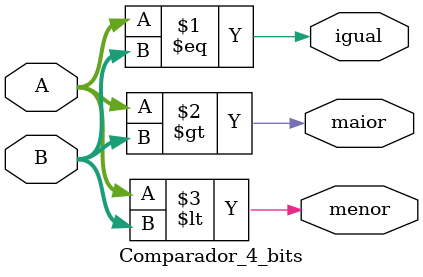
<source format=sv>
module Comparador_4_bits (
    input logic [3:0] A,
    input logic [3:0] B,
    output logic igual,
    output logic maior,
    output logic menor
);
    assign igual = (A == B);
    assign maior = (A > B);
    assign menor = (A < B);
endmodule

</source>
